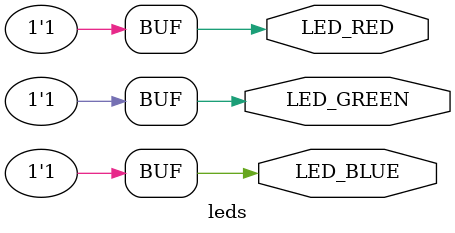
<source format=v>

module leds(output wire LED_BLUE,
            output wire LED_RED,
            output wire LED_GREEN);

assign LED_BLUE = 1'b1;
assign LED_RED = 1'b1;
assign LED_GREEN = 1'b1;

endmodule

</source>
